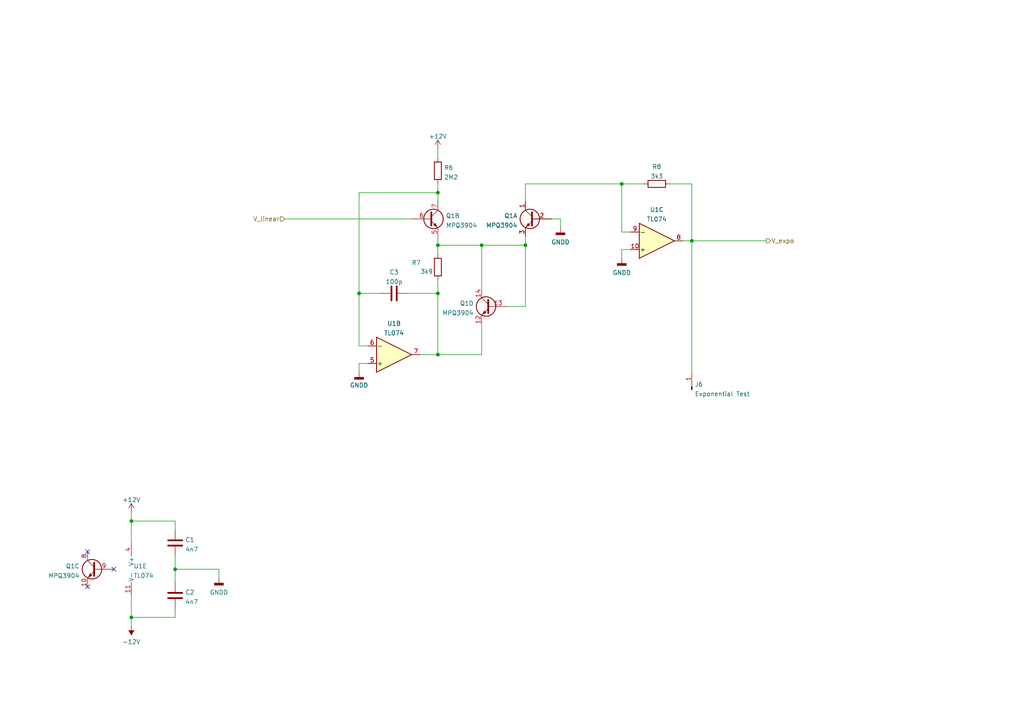
<source format=kicad_sch>
(kicad_sch (version 20211123) (generator eeschema)
  (paper "A4")
  (title_block (title "FGVCO - Core 1") (date "2022-06-30") (company "Filippo Gottardo"))
  (lib_symbols
    (symbol "Amplifier_Operational:TL074" (pin_names (offset 0.127))
      (property "Reference" "U" (at 0 5.08 0))
      (property "Value" "TL074" (at 0 -5.08 0))
      (symbol "TL074_1_1"
        (polyline (pts (xy -5.08 5.08) (xy 5.08 0) (xy -5.08 -5.08) (xy -5.08 5.08)) (stroke (width 0.254)) (fill (type background)))
        (pin output line (at 7.62 0 180) (length 2.54) (name "~") (number "1"))
        (pin input line (at -7.62 -2.54 0) (length 2.54) (name "-") (number "2"))
        (pin input line (at -7.62 2.54 0) (length 2.54) (name "+") (number "3"))
      )
      (symbol "TL074_2_1"
        (polyline (pts (xy -5.08 5.08) (xy 5.08 0) (xy -5.08 -5.08) (xy -5.08 5.08)) (stroke (width 0.254)) (fill (type background)))
        (pin input line (at -7.62 2.54 0) (length 2.54) (name "+") (number "5"))
        (pin input line (at -7.62 -2.54 0) (length 2.54) (name "-") (number "6"))
        (pin output line (at 7.62 0 180) (length 2.54) (name "~") (number "7"))
      )
      (symbol "TL074_3_1"
        (polyline (pts (xy -5.08 5.08) (xy 5.08 0) (xy -5.08 -5.08) (xy -5.08 5.08)) (stroke (width 0.254)) (fill (type background)))
        (pin input line (at -7.62 2.54 0) (length 2.54) (name "+") (number "10"))
        (pin output line (at 7.62 0 180) (length 2.54) (name "~") (number "8"))
        (pin input line (at -7.62 -2.54 0) (length 2.54) (name "-") (number "9"))
      )
      (symbol "TL074_4_1"
        (polyline (pts (xy -5.08 5.08) (xy 5.08 0) (xy -5.08 -5.08) (xy -5.08 5.08)) (stroke (width 0.254)) (fill (type background)))
        (pin input line (at -7.62 2.54 0) (length 2.54) (name "+") (number "12"))
        (pin input line (at -7.62 -2.54 0) (length 2.54) (name "-") (number "13"))
        (pin output line (at 7.62 0 180) (length 2.54) (name "~") (number "14"))
      )
      (symbol "TL074_5_1"
        (pin power_in line (at -2.54 -7.62 90) (length 3.81) (name "V-") (number "11"))
        (pin power_in line (at -2.54 7.62 270) (length 3.81) (name "V+") (number "4"))
      )
    )
    (symbol "Connector:Conn_01x01_Male" (pin_names (offset 1.016) hide)
      (property "Reference" "J" (at 0 2.54 0))
      (property "Value" "Conn_01x01_Male" (at 0 -2.54 0))
      (symbol "Conn_01x01_Male_1_1"
        (polyline (pts (xy 1.27 0) (xy 0.8636 0)) (stroke (width 0.1524)))
        (rectangle (start 0.8636 0.127) (end 0 -0.127) (stroke (width 0.1524)) (fill (type outline)))
        (pin passive line (at 5.08 0 180) (length 3.81) (name "Pin_1") (number "1"))
      )
    )
    (symbol "Custom:MPQ3904" (pin_names (offset 1.016))
      (property "Reference" "Q" (at 6.35 1.27 0))
      (property "Value" "MPQ3904" (at 6.35 -1.27 0))
      (symbol "MPQ3904_1_1"
        (circle (center -1.27 0) (radius 2.8194) (stroke (width 0.254)))
        (polyline (pts (xy -1.905 0.635) (xy 0 2.54)))
        (polyline (pts (xy -1.905 -0.635) (xy 0 -2.54) (xy 0 -2.54)))
        (polyline (pts (xy -1.905 1.905) (xy -1.905 -1.905) (xy -1.905 -1.905)) (stroke (width 0.508)))
        (polyline (pts (xy -1.27 -1.778) (xy -0.762 -1.27) (xy -0.254 -2.286) (xy -1.27 -1.778) (xy -1.27 -1.778)) (fill (type outline)))
        (pin passive line (at 0 5.08 270) (length 2.54) (name "~") (number "1"))
        (pin passive line (at -7.62 0 0) (length 5.715) (name "~") (number "2"))
        (pin passive line (at 0 -5.08 90) (length 2.54) (name "~") (number "3"))
      )
      (symbol "MPQ3904_2_1"
        (circle (center -1.27 0) (radius 2.8194) (stroke (width 0.254)))
        (polyline (pts (xy -1.905 0.635) (xy 0 2.54)))
        (polyline (pts (xy -1.905 -0.635) (xy 0 -2.54) (xy 0 -2.54)))
        (polyline (pts (xy -1.905 1.905) (xy -1.905 -1.905) (xy -1.905 -1.905)) (stroke (width 0.508)))
        (polyline (pts (xy -1.27 -1.778) (xy -0.762 -1.27) (xy -0.254 -2.286) (xy -1.27 -1.778) (xy -1.27 -1.778)) (fill (type outline)))
        (pin passive line (at 0 -5.08 90) (length 2.54) (name "~") (number "5"))
        (pin passive line (at -7.62 0 0) (length 5.715) (name "~") (number "6"))
        (pin passive line (at 0 5.08 270) (length 2.54) (name "~") (number "7"))
      )
      (symbol "MPQ3904_3_1"
        (circle (center -1.27 0) (radius 2.8194) (stroke (width 0.254)))
        (polyline (pts (xy -1.905 0.635) (xy 0 2.54)))
        (polyline (pts (xy -1.905 -0.635) (xy 0 -2.54) (xy 0 -2.54)))
        (polyline (pts (xy -1.905 1.905) (xy -1.905 -1.905) (xy -1.905 -1.905)) (stroke (width 0.508)))
        (polyline (pts (xy -1.27 -1.778) (xy -0.762 -1.27) (xy -0.254 -2.286) (xy -1.27 -1.778) (xy -1.27 -1.778)) (fill (type outline)))
        (pin passive line (at 0 -5.08 90) (length 2.54) (name "~") (number "10"))
        (pin passive line (at 0 5.08 270) (length 2.54) (name "~") (number "8"))
        (pin passive line (at -7.62 0 0) (length 5.715) (name "~") (number "9"))
      )
      (symbol "MPQ3904_4_1"
        (circle (center -1.27 0) (radius 2.8194) (stroke (width 0.254)))
        (polyline (pts (xy -1.905 0.635) (xy 0 2.54)))
        (polyline (pts (xy -1.905 -0.635) (xy 0 -2.54) (xy 0 -2.54)))
        (polyline (pts (xy -1.905 1.905) (xy -1.905 -1.905) (xy -1.905 -1.905)) (stroke (width 0.508)))
        (polyline (pts (xy -1.27 -1.778) (xy -0.762 -1.27) (xy -0.254 -2.286) (xy -1.27 -1.778) (xy -1.27 -1.778)) (fill (type outline)))
        (pin passive line (at 0 -5.08 90) (length 2.54) (name "~") (number "12"))
        (pin passive line (at -7.62 0 0) (length 5.715) (name "~") (number "13"))
        (pin passive line (at 0 5.08 270) (length 2.54) (name "~") (number "14"))
      )
    )
    (symbol "Device:C" (pin_numbers hide) (pin_names (offset 0.254))
      (property "Reference" "C" (at 0.635 2.54 0))
      (property "Value" "C" (at 0.635 -2.54 0))
      (symbol "C_0_1"
        (polyline (pts (xy -2.032 -0.762) (xy 2.032 -0.762)) (stroke (width 0.508)))
        (polyline (pts (xy -2.032 0.762) (xy 2.032 0.762)) (stroke (width 0.508)))
      )
      (symbol "C_1_1"
        (pin passive line (at 0 3.81 270) (length 2.794) (name "~") (number "1"))
        (pin passive line (at 0 -3.81 90) (length 2.794) (name "~") (number "2"))
      )
    )
    (symbol "Device:R" (pin_numbers hide) (pin_names (offset 0))
      (property "Reference" "R" (at 2.032 0 90))
      (property "Value" "R" (at 0 0 90))
      (symbol "R_0_1"
        (rectangle (start -1.016 -2.54) (end 1.016 2.54) (stroke (width 0.254)))
      )
      (symbol "R_1_1"
        (pin passive line (at 0 3.81 270) (length 1.27) (name "~") (number "1"))
        (pin passive line (at 0 -3.81 90) (length 1.27) (name "~") (number "2"))
      )
    )
    (symbol "power:+12V" (power) (pin_names (offset 0))
      (property "Value" "+12V" (at 0 3.556 0))
      (symbol "+12V_0_1"
        (polyline (pts (xy -0.762 1.27) (xy 0 2.54)))
        (polyline (pts (xy 0 0) (xy 0 2.54)))
        (polyline (pts (xy 0 2.54) (xy 0.762 1.27)))
      )
      (symbol "+12V_1_1"
        (pin power_in line (at 0 0 90) (length 0) hide (name "+12V") (number "1"))
      )
    )
    (symbol "power:-12V" (power) (pin_names (offset 0))
      (property "Value" "-12V" (at 0 3.81 0))
      (symbol "-12V_0_0"
        (pin power_in line (at 0 0 90) (length 0) hide (name "-12V") (number "1"))
      )
      (symbol "-12V_0_1"
        (polyline (pts (xy 0 0) (xy 0 1.27) (xy 0.762 1.27) (xy 0 2.54) (xy -0.762 1.27) (xy 0 1.27)) (fill (type outline)))
      )
    )
    (symbol "power:GNDD" (power) (pin_names (offset 0))
      (property "Value" "GNDD" (at 0 -3.175 0))
      (symbol "GNDD_0_1"
        (rectangle (start -1.27 -1.524) (end 1.27 -2.032) (stroke (width 0.254)) (fill (type outline)))
        (polyline (pts (xy 0 0) (xy 0 -1.524)))
      )
      (symbol "GNDD_1_1"
        (pin power_in line (at 0 0 270) (length 0) hide (name "GNDD") (number "1"))
      )
    )
  )
  (junction (at 127 55.88))
  (junction (at 104.14 85.09))
  (junction (at 50.8 165.1))
  (junction (at 127 71.12))
  (junction (at 139.7 71.12))
  (junction (at 38.1 151.13))
  (junction (at 200.66 69.85))
  (junction (at 152.4 71.12))
  (junction (at 38.1 179.07))
  (junction (at 127 85.09))
  (junction (at 127 102.87))
  (junction (at 180.34 53.34))
  (no_connect (at 25.4 160.02))
  (no_connect (at 25.4 170.18))
  (no_connect (at 33.02 165.1))
  (wire (pts (xy 127 81.28) (xy 127 85.09)))
  (wire (pts (xy 200.66 69.85) (xy 200.66 107.95)))
  (wire (pts (xy 127 53.34) (xy 127 55.88)))
  (wire (pts (xy 180.34 53.34) (xy 186.69 53.34)))
  (wire (pts (xy 127 55.88) (xy 127 58.42)))
  (wire (pts (xy 38.1 172.72) (xy 38.1 179.07)))
  (wire (pts (xy 182.88 67.31) (xy 180.34 67.31)))
  (wire (pts (xy 38.1 151.13) (xy 50.8 151.13)))
  (wire (pts (xy 147.32 88.9) (xy 152.4 88.9)))
  (wire (pts (xy 50.8 151.13) (xy 50.8 153.67)))
  (wire (pts (xy 50.8 179.07) (xy 50.8 176.53)))
  (wire (pts (xy 162.56 63.5) (xy 162.56 66.04)))
  (wire (pts (xy 182.88 72.39) (xy 180.34 72.39)))
  (wire (pts (xy 82.55 63.5) (xy 119.38 63.5)))
  (wire (pts (xy 139.7 93.98) (xy 139.7 102.87)))
  (wire (pts (xy 121.92 102.87) (xy 127 102.87)))
  (wire (pts (xy 152.4 68.58) (xy 152.4 71.12)))
  (wire (pts (xy 152.4 53.34) (xy 152.4 58.42)))
  (wire (pts (xy 180.34 67.31) (xy 180.34 53.34)))
  (wire (pts (xy 63.5 165.1) (xy 63.5 167.64)))
  (wire (pts (xy 38.1 148.59) (xy 38.1 151.13)))
  (wire (pts (xy 127 43.18) (xy 127 45.72)))
  (wire (pts (xy 50.8 161.29) (xy 50.8 165.1)))
  (wire (pts (xy 152.4 71.12) (xy 152.4 88.9)))
  (wire (pts (xy 38.1 179.07) (xy 38.1 181.61)))
  (wire (pts (xy 50.8 165.1) (xy 50.8 168.91)))
  (wire (pts (xy 127 71.12) (xy 139.7 71.12)))
  (wire (pts (xy 200.66 69.85) (xy 222.25 69.85)))
  (wire (pts (xy 104.14 85.09) (xy 104.14 100.33)))
  (wire (pts (xy 139.7 71.12) (xy 152.4 71.12)))
  (wire (pts (xy 194.31 53.34) (xy 200.66 53.34)))
  (wire (pts (xy 38.1 151.13) (xy 38.1 157.48)))
  (wire (pts (xy 104.14 55.88) (xy 127 55.88)))
  (wire (pts (xy 104.14 105.41) (xy 104.14 107.95)))
  (wire (pts (xy 127 85.09) (xy 127 102.87)))
  (wire (pts (xy 152.4 53.34) (xy 180.34 53.34)))
  (wire (pts (xy 200.66 53.34) (xy 200.66 69.85)))
  (wire (pts (xy 50.8 165.1) (xy 63.5 165.1)))
  (wire (pts (xy 38.1 179.07) (xy 50.8 179.07)))
  (wire (pts (xy 118.11 85.09) (xy 127 85.09)))
  (wire (pts (xy 127 68.58) (xy 127 71.12)))
  (wire (pts (xy 139.7 71.12) (xy 139.7 83.82)))
  (wire (pts (xy 127 102.87) (xy 139.7 102.87)))
  (wire (pts (xy 200.66 69.85) (xy 198.12 69.85)))
  (wire (pts (xy 104.14 100.33) (xy 106.68 100.33)))
  (wire (pts (xy 106.68 105.41) (xy 104.14 105.41)))
  (wire (pts (xy 127 71.12) (xy 127 73.66)))
  (wire (pts (xy 160.02 63.5) (xy 162.56 63.5)))
  (wire (pts (xy 104.14 85.09) (xy 104.14 55.88)))
  (wire (pts (xy 110.49 85.09) (xy 104.14 85.09)))
  (wire (pts (xy 180.34 72.39) (xy 180.34 74.93)))
  (hierarchical_label "V_expo" (shape output) (at 222.25 69.85 0))
  (hierarchical_label "V_linear" (shape input) (at 82.55 63.5 180))
  (symbol (lib_id "Connector:Conn_01x01_Male") (at 200.66 113.03 90) (unit 1)
    (property "Reference" "J6" (at 201.4982 111.4865 90) (effects (justify right)))
    (property "Value" "Exponential Test" (at 201.4982 114.2616 90) (effects (justify right)))
    (property "Footprint" "Connector_PinHeader_2.54mm:PinHeader_1x01_P2.54mm_Vertical" (effects hide))
  )
  (symbol (lib_id "power:+12V") (at 127 43.18 0) (unit 1)
    (property "Reference" "#PWR0120" (effects hide))
    (property "Value" "+12V" (at 127 39.5755 0))
  )
  (symbol (lib_id "power:GNDD") (at 63.5 167.64 0) (unit 1)
    (property "Reference" "#PWR0117" (effects hide))
    (property "Value" "GNDD" (at 63.5 171.8215 0))
  )
  (symbol (lib_id "Device:C") (at 50.8 172.72 0) (unit 1)
    (property "Reference" "C2" (at 53.721 171.8115 0) (effects (justify left)))
    (property "Value" "4n7" (at 53.721 174.5866 0) (effects (justify left)))
    (property "Footprint" "Custom Footprints:C_Disc_P2.54mm" (effects hide))
  )
  (symbol (lib_id "Device:C") (at 114.3 85.09 90) (unit 1)
    (property "Reference" "C3" (at 114.3 78.9645 90))
    (property "Value" "100p" (at 114.3 81.7396 90))
    (property "Footprint" "Custom Footprints:C_Disc_P2.54mm" (effects hide))
  )
  (symbol (lib_id "Custom:MPQ3904") (at 152.4 63.5 0) (mirror y) (unit 1)
    (property "Reference" "Q1" (at 150.0886 62.5915 0) (effects (justify left)))
    (property "Value" "MPQ3904" (at 150.0886 65.3666 0) (effects (justify left)))
    (property "Footprint" "Custom Footprints:DIP-14_central_caps" (effects hide))
  )
  (symbol (lib_id "power:GNDD") (at 104.14 107.95 0) (unit 1)
    (property "Reference" "#PWR0114" (effects hide))
    (property "Value" "GNDD" (at 104.14 111.76 0))
  )
  (symbol (lib_id "power:GNDD") (at 180.34 74.93 0) (unit 1)
    (property "Reference" "#PWR0118" (effects hide))
    (property "Value" "GNDD" (at 180.34 79.1115 0))
  )
  (symbol (lib_id "Custom:MPQ3904") (at 139.7 88.9 0) (mirror y) (unit 4)
    (property "Reference" "Q1" (at 137.3886 87.9915 0) (effects (justify left)))
    (property "Value" "MPQ3904" (at 137.3886 90.7666 0) (effects (justify left)))
    (property "Footprint" "Custom Footprints:DIP-14_central_caps" (effects hide))
  )
  (symbol (lib_id "Amplifier_Operational:TL074") (at 190.5 69.85 0) (mirror x) (unit 3)
    (property "Reference" "U1" (at 190.5 60.8035 0))
    (property "Value" "TL074" (at 190.5 63.5786 0))
    (property "Footprint" "Custom Footprints:DIP-14_central_caps" (effects hide))
    (property "Datasheet" "http://www.ti.com/lit/ds/symlink/tl071.pdf" (effects hide))
  )
  (symbol (lib_id "Device:R") (at 190.5 53.34 90) (unit 1)
    (property "Reference" "R8" (at 190.5 48.3575 90))
    (property "Value" "3k3" (at 190.5 51.1326 90))
    (property "Footprint" "Resistor_THT:R_Axial_DIN0207_L6.3mm_D2.5mm_P10.16mm_Horizontal" (effects hide))
  )
  (symbol (lib_id "power:GNDD") (at 162.56 66.04 0) (unit 1)
    (property "Reference" "#PWR0119" (effects hide))
    (property "Value" "GNDD" (at 162.56 70.2215 0))
  )
  (symbol (lib_id "power:-12V") (at 38.1 181.61 180) (unit 1)
    (property "Reference" "#PWR0115" (effects hide))
    (property "Value" "-12V" (at 38.1 186.1725 0))
  )
  (symbol (lib_id "Amplifier_Operational:TL074") (at 40.64 165.1 0) (unit 5)
    (property "Reference" "U1" (at 38.735 164.1915 0) (effects (justify left)))
    (property "Value" "TL074" (at 38.735 166.9666 0) (effects (justify left)))
    (property "Footprint" "Custom Footprints:DIP-14_central_caps" (effects hide))
    (property "Datasheet" "http://www.ti.com/lit/ds/symlink/tl071.pdf" (effects hide))
  )
  (symbol (lib_id "Device:R") (at 127 77.47 0) (mirror y) (unit 1)
    (property "Reference" "R7" (at 119.38 76.2 0) (effects (justify right)))
    (property "Value" "3k9" (at 121.92 78.74 0) (effects (justify right)))
    (property "Footprint" "Resistor_THT:R_Axial_DIN0207_L6.3mm_D2.5mm_P10.16mm_Horizontal" (effects hide))
  )
  (symbol (lib_id "Custom:MPQ3904") (at 25.4 165.1 0) (mirror y) (unit 3)
    (property "Reference" "Q1" (at 23.0886 164.1915 0) (effects (justify left)))
    (property "Value" "MPQ3904" (at 23.0886 166.9666 0) (effects (justify left)))
    (property "Footprint" "Custom Footprints:DIP-14_central_caps" (effects hide))
  )
  (symbol (lib_id "power:+12V") (at 38.1 148.59 0) (unit 1)
    (property "Reference" "#PWR0116" (effects hide))
    (property "Value" "+12V" (at 38.1 144.9855 0))
  )
  (symbol (lib_id "Device:C") (at 50.8 157.48 0) (unit 1)
    (property "Reference" "C1" (at 53.721 156.5715 0) (effects (justify left)))
    (property "Value" "4n7" (at 53.721 159.3466 0) (effects (justify left)))
    (property "Footprint" "Custom Footprints:C_Disc_P2.54mm" (effects hide))
  )
  (symbol (lib_id "Device:R") (at 127 49.53 0) (unit 1)
    (property "Reference" "R6" (at 128.778 48.6215 0) (effects (justify left)))
    (property "Value" "2M2" (at 128.778 51.3966 0) (effects (justify left)))
    (property "Footprint" "Resistor_THT:R_Axial_DIN0207_L6.3mm_D2.5mm_P10.16mm_Horizontal" (effects hide))
  )
  (symbol (lib_id "Custom:MPQ3904") (at 127 63.5 0) (unit 2)
    (property "Reference" "Q1" (at 129.3114 62.5915 0) (effects (justify left)))
    (property "Value" "MPQ3904" (at 129.3114 65.3666 0) (effects (justify left)))
    (property "Footprint" "Custom Footprints:DIP-14_central_caps" (effects hide))
  )
  (symbol (lib_id "Amplifier_Operational:TL074") (at 114.3 102.87 0) (mirror x) (unit 2)
    (property "Reference" "U1" (at 114.3 93.8235 0))
    (property "Value" "TL074" (at 114.3 96.5986 0))
    (property "Footprint" "Custom Footprints:DIP-14_central_caps" (effects hide))
    (property "Datasheet" "http://www.ti.com/lit/ds/symlink/tl071.pdf" (effects hide))
  )
)
</source>
